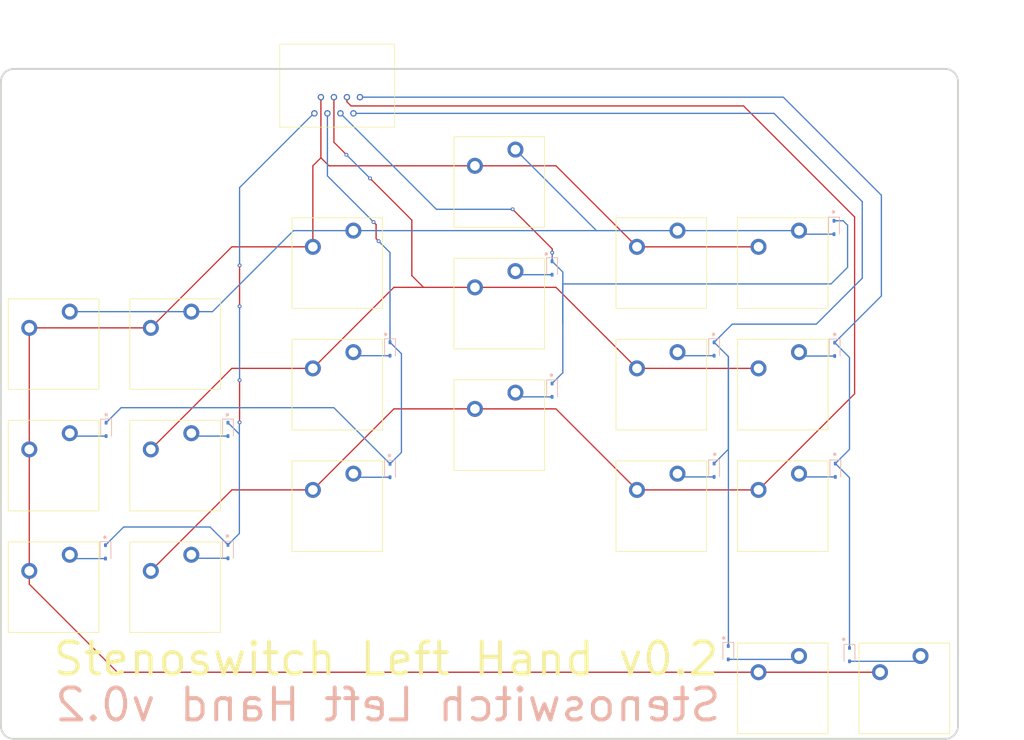
<source format=kicad_pcb>
(kicad_pcb (version 20241229) (generator "pcbnew") (generator_version "9.0")
  (title_block (title "Stenoswitch Left Hand") (date "2025-08-29") (rev "0.2") (company "https://github.com/Bennett-Petzold/stenoswitch") (comment 1 "NO WARRANTY. See license.") (comment 2 "https://creativecommons.org/licenses/by-sa/4.0/") (comment 3 "© 2025. This work is openly licensed via CC BY-SA 4.0."))
  (layers (0 "F.Cu" signal) (2 "B.Cu" signal) (13 "F.Paste" user) (15 "B.Paste" user) (5 "F.SilkS" user "F.Silkscreen") (7 "B.SilkS" user "B.Silkscreen") (1 "F.Mask" user) (3 "B.Mask" user) (25 "Edge.Cuts" user))
  (net 0 "")
  (net 1 "/Rows2")
  (net 2 "Net-(D_{A}0-A)")
  (net 3 "/Rows0")
  (net 4 "Net-(D_{As}0-A)")
  (net 5 "Net-(D_{AS}1-A)")
  (net 6 "/Rows1")
  (net 7 "/Columns1")
  (net 8 "Net-(D_{H}0-A)")
  (net 9 "/Columns0")
  (net 10 "Net-(D_{K}0-A)")
  (net 11 "Net-(D_{NUM}0-A)")
  (net 12 "Net-(D_{O}0-A)")
  (net 13 "Net-(D_{PL}0-A)")
  (net 14 "Net-(D_{RL}0-A)")
  (net 15 "Net-(D_{Spare}0-A)")
  (net 16 "/Columns2")
  (net 17 "Net-(D_{Spare}1-A)")
  (net 18 "Net-(D_{S}0-A)")
  (net 19 "/Columns3")
  (net 20 "Net-(D_{S}1-A)")
  (net 21 "Net-(D_{TL}0-A)")
  (net 22 "/Columns4")
  (net 23 "Net-(D_{W}0-A)")
  (footprint "PCM_Switch_Keyboard_Cherry_MX:SW_Cherry_MX_PCB" (layer "F.Cu") (at 169.5 114.725)
    (property "Reference" "R_{L}0" (hide yes))
    (property "Value" "SW_Push" (hide yes))
    (fp_line (start -7.1 -7.1) (end -7.1 7.1) (stroke (width 0.12)) (layer "F.SilkS"))
    (fp_line (start -7.1 7.1) (end 7.1 7.1) (stroke (width 0.12)) (layer "F.SilkS"))
    (fp_line (start 7.1 -7.1) (end -7.1 -7.1) (stroke (width 0.12)) (layer "F.SilkS"))
    (fp_line (start 7.1 7.1) (end 7.1 -7.1) (stroke (width 0.12)) (layer "F.SilkS"))
    (pad "" np_thru_hole circle (at -5.08 0) (size 1.75 1.75) (drill 1.75) (layers "*.Cu" "*.Mask"))
    (pad "" np_thru_hole circle (at 0 0) (size 4 4) (drill 4) (layers "*.Cu" "*.Mask"))
    (pad "" np_thru_hole circle (at 5.08 0) (size 1.75 1.75) (drill 1.75) (layers "*.Cu" "*.Mask"))
    (pad "1" thru_hole circle (at -3.81 -2.54) (size 2.5 2.5) (drill 1.5) (layers "*.Cu" "*.Mask") (net 6 "/Rows1"))
    (pad "2" thru_hole circle (at 2.54 -5.08) (size 2.5 2.5) (drill 1.5) (layers "*.Cu" "*.Mask") (net 14 "Net-(D_{RL}0-A)"))
  )
  (footprint "PCM_Switch_Keyboard_Cherry_MX:SW_Cherry_MX_PCB" (layer "F.Cu") (at 144.1 82.975)
    (property "Reference" "P_{L}0" (hide yes))
    (property "Value" "SW_Push" (hide yes))
    (fp_line (start -7.1 -7.1) (end -7.1 7.1) (stroke (width 0.12)) (layer "F.SilkS"))
    (fp_line (start -7.1 7.1) (end 7.1 7.1) (stroke (width 0.12)) (layer "F.SilkS"))
    (fp_line (start 7.1 -7.1) (end -7.1 -7.1) (stroke (width 0.12)) (layer "F.SilkS"))
    (fp_line (start 7.1 7.1) (end 7.1 -7.1) (stroke (width 0.12)) (layer "F.SilkS"))
    (pad "" np_thru_hole circle (at -5.08 0) (size 1.75 1.75) (drill 1.75) (layers "*.Cu" "*.Mask"))
    (pad "" np_thru_hole circle (at 0 0) (size 4 4) (drill 4) (layers "*.Cu" "*.Mask"))
    (pad "" np_thru_hole circle (at 5.08 0) (size 1.75 1.75) (drill 1.75) (layers "*.Cu" "*.Mask"))
    (pad "1" thru_hole circle (at -3.81 -2.54) (size 2.5 2.5) (drill 1.5) (layers "*.Cu" "*.Mask") (net 3 "/Rows0"))
    (pad "2" thru_hole circle (at 2.54 -5.08) (size 2.5 2.5) (drill 1.5) (layers "*.Cu" "*.Mask") (net 13 "Net-(D_{PL}0-A)"))
  )
  (footprint "PCM_Switch_Keyboard_Cherry_MX:SW_Cherry_MX_PCB" (layer "F.Cu") (at 74.25 89.325)
    (property "Reference" "Number_Bar0" (hide yes))
    (property "Value" "SW_Push" (hide yes))
    (fp_line (start -7.1 -7.1) (end -7.1 7.1) (stroke (width 0.12)) (layer "F.SilkS"))
    (fp_line (start -7.1 7.1) (end 7.1 7.1) (stroke (width 0.12)) (layer "F.SilkS"))
    (fp_line (start 7.1 -7.1) (end -7.1 -7.1) (stroke (width 0.12)) (layer "F.SilkS"))
    (fp_line (start 7.1 7.1) (end 7.1 -7.1) (stroke (width 0.12)) (layer "F.SilkS"))
    (pad "" np_thru_hole circle (at -5.08 0) (size 1.75 1.75) (drill 1.75) (layers "*.Cu" "*.Mask"))
    (pad "" np_thru_hole circle (at 0 0) (size 4 4) (drill 4) (layers "*.Cu" "*.Mask"))
    (pad "" np_thru_hole circle (at 5.08 0) (size 1.75 1.75) (drill 1.75) (layers "*.Cu" "*.Mask"))
    (pad "1" thru_hole circle (at -3.81 -2.54) (size 2.5 2.5) (drill 1.5) (layers "*.Cu" "*.Mask") (net 1 "/Rows2"))
    (pad "2" thru_hole circle (at 2.54 -5.08) (size 2.5 2.5) (drill 1.5) (layers "*.Cu" "*.Mask") (net 11 "Net-(D_{NUM}0-A)"))
  )
  (footprint "PCM_Switch_Keyboard_Cherry_MX:SW_Cherry_MX_PCB" (layer "F.Cu") (at 207.6 143.3)
    (property "Reference" "O0" (hide yes))
    (property "Value" "SW_Push" (hide yes))
    (fp_line (start -7.1 -7.1) (end -7.1 7.1) (stroke (width 0.12)) (layer "F.SilkS"))
    (fp_line (start -7.1 7.1) (end 7.1 7.1) (stroke (width 0.12)) (layer "F.SilkS"))
    (fp_line (start 7.1 -7.1) (end -7.1 -7.1) (stroke (width 0.12)) (layer "F.SilkS"))
    (fp_line (start 7.1 7.1) (end 7.1 -7.1) (stroke (width 0.12)) (layer "F.SilkS"))
    (pad "" np_thru_hole circle (at -5.08 0) (size 1.75 1.75) (drill 1.75) (layers "*.Cu" "*.Mask"))
    (pad "" np_thru_hole circle (at 0 0) (size 4 4) (drill 4) (layers "*.Cu" "*.Mask"))
    (pad "" np_thru_hole circle (at 5.08 0) (size 1.75 1.75) (drill 1.75) (layers "*.Cu" "*.Mask"))
    (pad "1" thru_hole circle (at -3.81 -2.54) (size 2.5 2.5) (drill 1.5) (layers "*.Cu" "*.Mask") (net 1 "/Rows2"))
    (pad "2" thru_hole circle (at 2.54 -5.08) (size 2.5 2.5) (drill 1.5) (layers "*.Cu" "*.Mask") (net 12 "Net-(D_{O}0-A)"))
  )
  (footprint "PCM_Switch_Keyboard_Cherry_MX:SW_Cherry_MX_PCB" (layer "F.Cu") (at 169.5 95.675)
    (property "Reference" "H0" (hide yes))
    (property "Value" "SW_Push" (hide yes))
    (fp_line (start -7.1 -7.1) (end -7.1 7.1) (stroke (width 0.12)) (layer "F.SilkS"))
    (fp_line (start -7.1 7.1) (end 7.1 7.1) (stroke (width 0.12)) (layer "F.SilkS"))
    (fp_line (start 7.1 -7.1) (end -7.1 -7.1) (stroke (width 0.12)) (layer "F.SilkS"))
    (fp_line (start 7.1 7.1) (end 7.1 -7.1) (stroke (width 0.12)) (layer "F.SilkS"))
    (pad "" np_thru_hole circle (at -5.08 0) (size 1.75 1.75) (drill 1.75) (layers "*.Cu" "*.Mask"))
    (pad "" np_thru_hole circle (at 0 0) (size 4 4) (drill 4) (layers "*.Cu" "*.Mask"))
    (pad "" np_thru_hole circle (at 5.08 0) (size 1.75 1.75) (drill 1.75) (layers "*.Cu" "*.Mask"))
    (pad "1" thru_hole circle (at -3.81 -2.54) (size 2.5 2.5) (drill 1.5) (layers "*.Cu" "*.Mask") (net 3 "/Rows0"))
    (pad "2" thru_hole circle (at 2.54 -5.08) (size 2.5 2.5) (drill 1.5) (layers "*.Cu" "*.Mask") (net 8 "Net-(D_{H}0-A)"))
  )
  (footprint "PCM_Switch_Keyboard_Cherry_MX:SW_Cherry_MX_PCB" (layer "F.Cu") (at 144.1 63.925)
    (property "Reference" "Number_Bar3" (hide yes))
    (property "Value" "SW_Push" (hide yes))
    (fp_line (start -7.1 -7.1) (end -7.1 7.1) (stroke (width 0.12)) (layer "F.SilkS"))
    (fp_line (start -7.1 7.1) (end 7.1 7.1) (stroke (width 0.12)) (layer "F.SilkS"))
    (fp_line (start 7.1 -7.1) (end -7.1 -7.1) (stroke (width 0.12)) (layer "F.SilkS"))
    (fp_line (start 7.1 7.1) (end 7.1 -7.1) (stroke (width 0.12)) (layer "F.SilkS"))
    (pad "" np_thru_hole circle (at -5.08 0) (size 1.75 1.75) (drill 1.75) (layers "*.Cu" "*.Mask"))
    (pad "" np_thru_hole circle (at 0 0) (size 4 4) (drill 4) (layers "*.Cu" "*.Mask"))
    (pad "" np_thru_hole circle (at 5.08 0) (size 1.75 1.75) (drill 1.75) (layers "*.Cu" "*.Mask"))
    (pad "1" thru_hole circle (at -3.81 -2.54) (size 2.5 2.5) (drill 1.5) (layers "*.Cu" "*.Mask") (net 1 "/Rows2"))
    (pad "2" thru_hole circle (at 2.54 -5.08) (size 2.5 2.5) (drill 1.5) (layers "*.Cu" "*.Mask") (net 11 "Net-(D_{NUM}0-A)"))
  )
  (footprint "PCM_Switch_Keyboard_Cherry_MX:SW_Cherry_MX_PCB" (layer "F.Cu") (at 93.3 108.375)
    (property "Reference" "S0" (hide yes))
    (property "Value" "SW_Push" (hide yes))
    (fp_line (start -7.1 -7.1) (end -7.1 7.1) (stroke (width 0.12)) (layer "F.SilkS"))
    (fp_line (start -7.1 7.1) (end 7.1 7.1) (stroke (width 0.12)) (layer "F.SilkS"))
    (fp_line (start 7.1 -7.1) (end -7.1 -7.1) (stroke (width 0.12)) (layer "F.SilkS"))
    (fp_line (start 7.1 7.1) (end 7.1 -7.1) (stroke (width 0.12)) (layer "F.SilkS"))
    (pad "" np_thru_hole circle (at -5.08 0) (size 1.75 1.75) (drill 1.75) (layers "*.Cu" "*.Mask"))
    (pad "" np_thru_hole circle (at 0 0) (size 4 4) (drill 4) (layers "*.Cu" "*.Mask"))
    (pad "" np_thru_hole circle (at 5.08 0) (size 1.75 1.75) (drill 1.75) (layers "*.Cu" "*.Mask"))
    (pad "1" thru_hole circle (at -3.81 -2.54) (size 2.5 2.5) (drill 1.5) (layers "*.Cu" "*.Mask") (net 3 "/Rows0"))
    (pad "2" thru_hole circle (at 2.54 -5.08) (size 2.5 2.5) (drill 1.5) (layers "*.Cu" "*.Mask") (net 18 "Net-(D_{S}0-A)"))
  )
  (footprint "PCM_Switch_Keyboard_Cherry_MX:SW_Cherry_MX_PCB" (layer "F.Cu") (at 188.55 143.3)
    (property "Reference" "A0" (hide yes))
    (property "Value" "SW_Push" (hide yes))
    (fp_line (start -7.1 -7.1) (end -7.1 7.1) (stroke (width 0.12)) (layer "F.SilkS"))
    (fp_line (start -7.1 7.1) (end 7.1 7.1) (stroke (width 0.12)) (layer "F.SilkS"))
    (fp_line (start 7.1 -7.1) (end -7.1 -7.1) (stroke (width 0.12)) (layer "F.SilkS"))
    (fp_line (start 7.1 7.1) (end 7.1 -7.1) (stroke (width 0.12)) (layer "F.SilkS"))
    (pad "" np_thru_hole circle (at -5.08 0) (size 1.75 1.75) (drill 1.75) (layers "*.Cu" "*.Mask"))
    (pad "" np_thru_hole circle (at 0 0) (size 4 4) (drill 4) (layers "*.Cu" "*.Mask"))
    (pad "" np_thru_hole circle (at 5.08 0) (size 1.75 1.75) (drill 1.75) (layers "*.Cu" "*.Mask"))
    (pad "1" thru_hole circle (at -3.81 -2.54) (size 2.5 2.5) (drill 1.5) (layers "*.Cu" "*.Mask") (net 1 "/Rows2"))
    (pad "2" thru_hole circle (at 2.54 -5.08) (size 2.5 2.5) (drill 1.5) (layers "*.Cu" "*.Mask") (net 2 "Net-(D_{A}0-A)"))
  )
  (footprint "PCM_Switch_Keyboard_Cherry_MX:SW_Cherry_MX_PCB" (layer "F.Cu") (at 118.7 95.675)
    (property "Reference" "T_{L}0" (hide yes))
    (property "Value" "SW_Push" (hide yes))
    (fp_line (start -7.1 -7.1) (end -7.1 7.1) (stroke (width 0.12)) (layer "F.SilkS"))
    (fp_line (start -7.1 7.1) (end 7.1 7.1) (stroke (width 0.12)) (layer "F.SilkS"))
    (fp_line (start 7.1 -7.1) (end -7.1 -7.1) (stroke (width 0.12)) (layer "F.SilkS"))
    (fp_line (start 7.1 7.1) (end 7.1 -7.1) (stroke (width 0.12)) (layer "F.SilkS"))
    (pad "" np_thru_hole circle (at -5.08 0) (size 1.75 1.75) (drill 1.75) (layers "*.Cu" "*.Mask"))
    (pad "" np_thru_hole circle (at 0 0) (size 4 4) (drill 4) (layers "*.Cu" "*.Mask"))
    (pad "" np_thru_hole circle (at 5.08 0) (size 1.75 1.75) (drill 1.75) (layers "*.Cu" "*.Mask"))
    (pad "1" thru_hole circle (at -3.81 -2.54) (size 2.5 2.5) (drill 1.5) (layers "*.Cu" "*.Mask") (net 3 "/Rows0"))
    (pad "2" thru_hole circle (at 2.54 -5.08) (size 2.5 2.5) (drill 1.5) (layers "*.Cu" "*.Mask") (net 21 "Net-(D_{TL}0-A)"))
  )
  (footprint "custom:8P8C_942" (layer "F.Cu") (at 118.7 48.825 180)
    (property "Reference" "Left_Plug0" (hide yes))
    (property "Value" "RJ45" (hide yes))
    (fp_rect (start -9.01 6.5) (end 9.01 -6.5) (stroke (width 0.1)) (fill no) (layer "F.SilkS"))
    (pad "" np_thru_hole circle (at -7.25 0.5 180) (size 2.36 2.36) (drill 2.36) (layers "*.Cu" "*.Mask"))
    (pad "" np_thru_hole circle (at 7.25 0.5 180) (size 2.36 2.36) (drill 2.36) (layers "*.Cu" "*.Mask"))
    (pad "1" thru_hole circle (at -2.55 -4.34 180) (size 1 1) (drill 0.61) (layers "*.Cu" "*.Mask") (net 19 "/Columns3"))
    (pad "2" thru_hole circle (at -0.51 -4.34 180) (size 1 1) (drill 0.61) (layers "*.Cu" "*.Mask") (net 16 "/Columns2"))
    (pad "3" thru_hole circle (at 1.53 -4.34 180) (size 1 1) (drill 0.61) (layers "*.Cu" "*.Mask") (net 7 "/Columns1"))
    (pad "4" thru_hole circle (at 3.57 -4.34 180) (size 1 1) (drill 0.61) (layers "*.Cu" "*.Mask") (net 9 "/Columns0"))
    (pad "5" thru_hole circle (at -3.57 -1.8 180) (size 1 1) (drill 0.61) (layers "*.Cu" "*.Mask") (net 22 "/Columns4"))
    (pad "6" thru_hole circle (at -1.53 -1.8 180) (size 1 1) (drill 0.61) (layers "*.Cu" "*.Mask") (net 6 "/Rows1"))
    (pad "7" thru_hole circle (at 0.51 -1.8 180) (size 1 1) (drill 0.61) (layers "*.Cu" "*.Mask") (net 3 "/Rows0"))
    (pad "8" thru_hole circle (at 2.55 -1.8 180) (size 1 1) (drill 0.61) (layers "*.Cu" "*.Mask") (net 1 "/Rows2"))
  )
  (footprint "PCM_Switch_Keyboard_Cherry_MX:SW_Cherry_MX_PCB" (layer "F.Cu") (at 169.5 76.625)
    (property "Reference" "Number_Bar4" (hide yes))
    (property "Value" "SW_Push" (hide yes))
    (fp_line (start -7.1 -7.1) (end -7.1 7.1) (stroke (width 0.12)) (layer "F.SilkS"))
    (fp_line (start -7.1 7.1) (end 7.1 7.1) (stroke (width 0.12)) (layer "F.SilkS"))
    (fp_line (start 7.1 -7.1) (end -7.1 -7.1) (stroke (width 0.12)) (layer "F.SilkS"))
    (fp_line (start 7.1 7.1) (end 7.1 -7.1) (stroke (width 0.12)) (layer "F.SilkS"))
    (pad "" np_thru_hole circle (at -5.08 0) (size 1.75 1.75) (drill 1.75) (layers "*.Cu" "*.Mask"))
    (pad "" np_thru_hole circle (at 0 0) (size 4 4) (drill 4) (layers "*.Cu" "*.Mask"))
    (pad "" np_thru_hole circle (at 5.08 0) (size 1.75 1.75) (drill 1.75) (layers "*.Cu" "*.Mask"))
    (pad "1" thru_hole circle (at -3.81 -2.54) (size 2.5 2.5) (drill 1.5) (layers "*.Cu" "*.Mask") (net 1 "/Rows2"))
    (pad "2" thru_hole circle (at 2.54 -5.08) (size 2.5 2.5) (drill 1.5) (layers "*.Cu" "*.Mask") (net 11 "Net-(D_{NUM}0-A)"))
  )
  (footprint "" (layer "F.Cu") (at 68.9 148.3)
    (property "Reference" "" (at 0 0 0) (layer "F.SilkS") (effects (font (size 1.27 1.27))))
    (property "Value" "")
    (pad "" np_thru_hole circle (at 0 0 180) (size 2.75 2.75) (drill 2.75) (layers "*.Cu" "*.Mask"))
  )
  (footprint "" (layer "F.Cu") (at 208.1 128.3)
    (property "Reference" "" (at 0 0 0) (layer "F.SilkS") (effects (font (size 1.27 1.27))))
    (property "Value" "")
    (pad "" np_thru_hole circle (at 0 0 180) (size 2.75 2.75) (drill 2.75) (layers "*.Cu" "*.Mask"))
  )
  (footprint "PCM_Switch_Keyboard_Cherry_MX:SW_Cherry_MX_PCB" (layer "F.Cu") (at 118.7 114.725)
    (property "Reference" "K0" (hide yes))
    (property "Value" "SW_Push" (hide yes))
    (fp_line (start -7.1 -7.1) (end -7.1 7.1) (stroke (width 0.12)) (layer "F.SilkS"))
    (fp_line (start -7.1 7.1) (end 7.1 7.1) (stroke (width 0.12)) (layer "F.SilkS"))
    (fp_line (start 7.1 -7.1) (end -7.1 -7.1) (stroke (width 0.12)) (layer "F.SilkS"))
    (fp_line (start 7.1 7.1) (end 7.1 -7.1) (stroke (width 0.12)) (layer "F.SilkS"))
    (pad "" np_thru_hole circle (at -5.08 0) (size 1.75 1.75) (drill 1.75) (layers "*.Cu" "*.Mask"))
    (pad "" np_thru_hole circle (at 0 0) (size 4 4) (drill 4) (layers "*.Cu" "*.Mask"))
    (pad "" np_thru_hole circle (at 5.08 0) (size 1.75 1.75) (drill 1.75) (layers "*.Cu" "*.Mask"))
    (pad "1" thru_hole circle (at -3.81 -2.54) (size 2.5 2.5) (drill 1.5) (layers "*.Cu" "*.Mask") (net 6 "/Rows1"))
    (pad "2" thru_hole circle (at 2.54 -5.08) (size 2.5 2.5) (drill 1.5) (layers "*.Cu" "*.Mask") (net 10 "Net-(D_{K}0-A)"))
  )
  (footprint "PCM_Switch_Keyboard_Cherry_MX:SW_Cherry_MX_PCB" (layer "F.Cu") (at 188.55 114.725)
    (property "Reference" "Asterisk1" (hide yes))
    (property "Value" "SW_Push" (hide yes))
    (fp_line (start -7.1 -7.1) (end -7.1 7.1) (stroke (width 0.12)) (layer "F.SilkS"))
    (fp_line (start -7.1 7.1) (end 7.1 7.1) (stroke (width 0.12)) (layer "F.SilkS"))
    (fp_line (start 7.1 -7.1) (end -7.1 -7.1) (stroke (width 0.12)) (layer "F.SilkS"))
    (fp_line (start 7.1 7.1) (end 7.1 -7.1) (stroke (width 0.12)) (layer "F.SilkS"))
    (pad "" np_thru_hole circle (at -5.08 0) (size 1.75 1.75) (drill 1.75) (layers "*.Cu" "*.Mask"))
    (pad "" np_thru_hole circle (at 0 0) (size 4 4) (drill 4) (layers "*.Cu" "*.Mask"))
    (pad "" np_thru_hole circle (at 5.08 0) (size 1.75 1.75) (drill 1.75) (layers "*.Cu" "*.Mask"))
    (pad "1" thru_hole circle (at -3.81 -2.54) (size 2.5 2.5) (drill 1.5) (layers "*.Cu" "*.Mask") (net 6 "/Rows1"))
    (pad "2" thru_hole circle (at 2.54 -5.08) (size 2.5 2.5) (drill 1.5) (layers "*.Cu" "*.Mask") (net 5 "Net-(D_{AS}1-A)"))
  )
  (footprint "PCM_Switch_Keyboard_Cherry_MX:SW_Cherry_MX_PCB" (layer "F.Cu") (at 93.3 89.325)
    (property "Reference" "Number_Bar1" (hide yes))
    (property "Value" "SW_Push" (hide yes))
    (fp_line (start -7.1 -7.1) (end -7.1 7.1) (stroke (width 0.12)) (layer "F.SilkS"))
    (fp_line (start -7.1 7.1) (end 7.1 7.1) (stroke (width 0.12)) (layer "F.SilkS"))
    (fp_line (start 7.1 -7.1) (end -7.1 -7.1) (stroke (width 0.12)) (layer "F.SilkS"))
    (fp_line (start 7.1 7.1) (end 7.1 -7.1) (stroke (width 0.12)) (layer "F.SilkS"))
    (pad "" np_thru_hole circle (at -5.08 0) (size 1.75 1.75) (drill 1.75) (layers "*.Cu" "*.Mask"))
    (pad "" np_thru_hole circle (at 0 0) (size 4 4) (drill 4) (layers "*.Cu" "*.Mask"))
    (pad "" np_thru_hole circle (at 5.08 0) (size 1.75 1.75) (drill 1.75) (layers "*.Cu" "*.Mask"))
    (pad "1" thru_hole circle (at -3.81 -2.54) (size 2.5 2.5) (drill 1.5) (layers "*.Cu" "*.Mask") (net 1 "/Rows2"))
    (pad "2" thru_hole circle (at 2.54 -5.08) (size 2.5 2.5) (drill 1.5) (layers "*.Cu" "*.Mask") (net 11 "Net-(D_{NUM}0-A)"))
  )
  (footprint "PCM_Switch_Keyboard_Cherry_MX:SW_Cherry_MX_PCB" (layer "F.Cu") (at 74.25 108.375)
    (property "Reference" "Spare0" (hide yes))
    (property "Value" "SW_Push" (hide yes))
    (fp_line (start -7.1 -7.1) (end -7.1 7.1) (stroke (width 0.12)) (layer "F.SilkS"))
    (fp_line (start -7.1 7.1) (end 7.1 7.1) (stroke (width 0.12)) (layer "F.SilkS"))
    (fp_line (start 7.1 -7.1) (end -7.1 -7.1) (stroke (width 0.12)) (layer "F.SilkS"))
    (fp_line (start 7.1 7.1) (end 7.1 -7.1) (stroke (width 0.12)) (layer "F.SilkS"))
    (pad "" np_thru_hole circle (at -5.08 0) (size 1.75 1.75) (drill 1.75) (layers "*.Cu" "*.Mask"))
    (pad "" np_thru_hole circle (at 0 0) (size 4 4) (drill 4) (layers "*.Cu" "*.Mask"))
    (pad "" np_thru_hole circle (at 5.08 0) (size 1.75 1.75) (drill 1.75) (layers "*.Cu" "*.Mask"))
    (pad "1" thru_hole circle (at -3.81 -2.54) (size 2.5 2.5) (drill 1.5) (layers "*.Cu" "*.Mask") (net 1 "/Rows2"))
    (pad "2" thru_hole circle (at 2.54 -5.08) (size 2.5 2.5) (drill 1.5) (layers "*.Cu" "*.Mask") (net 15 "Net-(D_{Spare}0-A)"))
  )
  (footprint "PCM_Switch_Keyboard_Cherry_MX:SW_Cherry_MX_PCB" (layer "F.Cu") (at 144.1 102.025)
    (property "Reference" "W0" (hide yes))
    (property "Value" "SW_Push" (hide yes))
    (fp_line (start -7.1 -7.1) (end -7.1 7.1) (stroke (width 0.12)) (layer "F.SilkS"))
    (fp_line (start -7.1 7.1) (end 7.1 7.1) (stroke (width 0.12)) (layer "F.SilkS"))
    (fp_line (start 7.1 -7.1) (end -7.1 -7.1) (stroke (width 0.12)) (layer "F.SilkS"))
    (fp_line (start 7.1 7.1) (end 7.1 -7.1) (stroke (width 0.12)) (layer "F.SilkS"))
    (pad "" np_thru_hole circle (at -5.08 0) (size 1.75 1.75) (drill 1.75) (layers "*.Cu" "*.Mask"))
    (pad "" np_thru_hole circle (at 0 0) (size 4 4) (drill 4) (layers "*.Cu" "*.Mask"))
    (pad "" np_thru_hole circle (at 5.08 0) (size 1.75 1.75) (drill 1.75) (layers "*.Cu" "*.Mask"))
    (pad "1" thru_hole circle (at -3.81 -2.54) (size 2.5 2.5) (drill 1.5) (layers "*.Cu" "*.Mask") (net 6 "/Rows1"))
    (pad "2" thru_hole circle (at 2.54 -5.08) (size 2.5 2.5) (drill 1.5) (layers "*.Cu" "*.Mask") (net 23 "Net-(D_{W}0-A)"))
  )
  (footprint "" (layer "F.Cu") (at 68.9 49.1)
    (property "Reference" "" (at 0 0 0) (layer "F.SilkS") (effects (font (size 1.27 1.27))))
    (property "Value" "")
    (pad "" np_thru_hole circle (at 0 0 180) (size 2.75 2.75) (drill 2.75) (layers "*.Cu" "*.Mask"))
  )
  (footprint "PCM_Switch_Keyboard_Cherry_MX:SW_Cherry_MX_PCB" (layer "F.Cu") (at 93.3 127.425)
    (property "Reference" "S1" (hide yes))
    (property "Value" "SW_Push" (hide yes))
    (fp_line (start -7.1 -7.1) (end -7.1 7.1) (stroke (width 0.12)) (layer "F.SilkS"))
    (fp_line (start -7.1 7.1) (end 7.1 7.1) (stroke (width 0.12)) (layer "F.SilkS"))
    (fp_line (start 7.1 -7.1) (end -7.1 -7.1) (stroke (width 0.12)) (layer "F.SilkS"))
    (fp_line (start 7.1 7.1) (end 7.1 -7.1) (stroke (width 0.12)) (layer "F.SilkS"))
    (pad "" np_thru_hole circle (at -5.08 0) (size 1.75 1.75) (drill 1.75) (layers "*.Cu" "*.Mask"))
    (pad "" np_thru_hole circle (at 0 0) (size 4 4) (drill 4) (layers "*.Cu" "*.Mask"))
    (pad "" np_thru_hole circle (at 5.08 0) (size 1.75 1.75) (drill 1.75) (layers "*.Cu" "*.Mask"))
    (pad "1" thru_hole circle (at -3.81 -2.54) (size 2.5 2.5) (drill 1.5) (layers "*.Cu" "*.Mask") (net 6 "/Rows1"))
    (pad "2" thru_hole circle (at 2.54 -5.08) (size 2.5 2.5) (drill 1.5) (layers "*.Cu" "*.Mask") (net 20 "Net-(D_{S}1-A)"))
  )
  (footprint "PCM_Switch_Keyboard_Cherry_MX:SW_Cherry_MX_PCB" (layer "F.Cu") (at 188.55 95.675)
    (property "Reference" "Asterisk0" (hide yes))
    (property "Value" "SW_Push" (hide yes))
    (fp_line (start -7.1 -7.1) (end -7.1 7.1) (stroke (width 0.12)) (layer "F.SilkS"))
    (fp_line (start -7.1 7.1) (end 7.1 7.1) (stroke (width 0.12)) (layer "F.SilkS"))
    (fp_line (start 7.1 -7.1) (end -7.1 -7.1) (stroke (width 0.12)) (layer "F.SilkS"))
    (fp_line (start 7.1 7.1) (end 7.1 -7.1) (stroke (width 0.12)) (layer "F.SilkS"))
    (pad "" np_thru_hole circle (at -5.08 0) (size 1.75 1.75) (drill 1.75) (layers "*.Cu" "*.Mask"))
    (pad "" np_thru_hole circle (at 0 0) (size 4 4) (drill 4) (layers "*.Cu" "*.Mask"))
    (pad "" np_thru_hole circle (at 5.08 0) (size 1.75 1.75) (drill 1.75) (layers "*.Cu" "*.Mask"))
    (pad "1" thru_hole circle (at -3.81 -2.54) (size 2.5 2.5) (drill 1.5) (layers "*.Cu" "*.Mask") (net 3 "/Rows0"))
    (pad "2" thru_hole circle (at 2.54 -5.08) (size 2.5 2.5) (drill 1.5) (layers "*.Cu" "*.Mask") (net 4 "Net-(D_{As}0-A)"))
  )
  (footprint "PCM_Switch_Keyboard_Cherry_MX:SW_Cherry_MX_PCB" (layer "F.Cu") (at 74.25 127.425)
    (property "Reference" "Spare1" (hide yes))
    (property "Value" "SW_Push" (hide yes))
    (fp_line (start -7.1 -7.1) (end -7.1 7.1) (stroke (width 0.12)) (layer "F.SilkS"))
    (fp_line (start -7.1 7.1) (end 7.1 7.1) (stroke (width 0.12)) (layer "F.SilkS"))
    (fp_line (start 7.1 -7.1) (end -7.1 -7.1) (stroke (width 0.12)) (layer "F.SilkS"))
    (fp_line (start 7.1 7.1) (end 7.1 -7.1) (stroke (width 0.12)) (layer "F.SilkS"))
    (pad "" np_thru_hole circle (at -5.08 0) (size 1.75 1.75) (drill 1.75) (layers "*.Cu" "*.Mask"))
    (pad "" np_thru_hole circle (at 0 0) (size 4 4) (drill 4) (layers "*.Cu" "*.Mask"))
    (pad "" np_thru_hole circle (at 5.08 0) (size 1.75 1.75) (drill 1.75) (layers "*.Cu" "*.Mask"))
    (pad "1" thru_hole circle (at -3.81 -2.54) (size 2.5 2.5) (drill 1.5) (layers "*.Cu" "*.Mask") (net 1 "/Rows2"))
    (pad "2" thru_hole circle (at 2.54 -5.08) (size 2.5 2.5) (drill 1.5) (layers "*.Cu" "*.Mask") (net 17 "Net-(D_{Spare}1-A)"))
  )
  (footprint "" (layer "F.Cu") (at 213.1 49.1)
    (property "Reference" "" (at 0 0 0) (layer "F.SilkS") (effects (font (size 1.27 1.27))))
    (property "Value" "")
    (pad "" np_thru_hole circle (at 0 0 180) (size 2.75 2.75) (drill 2.75) (layers "*.Cu" "*.Mask"))
  )
  (footprint "PCM_Switch_Keyboard_Cherry_MX:SW_Cherry_MX_PCB" (layer "F.Cu") (at 118.7 76.625)
    (property "Reference" "Number_Bar2" (hide yes))
    (property "Value" "SW_Push" (hide yes))
    (fp_line (start -7.1 -7.1) (end -7.1 7.1) (stroke (width 0.12)) (layer "F.SilkS"))
    (fp_line (start -7.1 7.1) (end 7.1 7.1) (stroke (width 0.12)) (layer "F.SilkS"))
    (fp_line (start 7.1 -7.1) (end -7.1 -7.1) (stroke (width 0.12)) (layer "F.SilkS"))
    (fp_line (start 7.1 7.1) (end 7.1 -7.1) (stroke (width 0.12)) (layer "F.SilkS"))
    (pad "" np_thru_hole circle (at -5.08 0) (size 1.75 1.75) (drill 1.75) (layers "*.Cu" "*.Mask"))
    (pad "" np_thru_hole circle (at 0 0) (size 4 4) (drill 4) (layers "*.Cu" "*.Mask"))
    (pad "" np_thru_hole circle (at 5.08 0) (size 1.75 1.75) (drill 1.75) (layers "*.Cu" "*.Mask"))
    (pad "1" thru_hole circle (at -3.81 -2.54) (size 2.5 2.5) (drill 1.5) (layers "*.Cu" "*.Mask") (net 1 "/Rows2"))
    (pad "2" thru_hole circle (at 2.54 -5.08) (size 2.5 2.5) (drill 1.5) (layers "*.Cu" "*.Mask") (net 11 "Net-(D_{NUM}0-A)"))
  )
  (footprint "PCM_Switch_Keyboard_Cherry_MX:SW_Cherry_MX_PCB" (layer "F.Cu") (at 188.55 76.625)
    (property "Reference" "Number_Bar5" (hide yes))
    (property "Value" "SW_Push" (hide yes))
    (fp_line (start -7.1 -7.1) (end -7.1 7.1) (stroke (width 0.12)) (layer "F.SilkS"))
    (fp_line (start -7.1 7.1) (end 7.1 7.1) (stroke (width 0.12)) (layer "F.SilkS"))
    (fp_line (start 7.1 -7.1) (end -7.1 -7.1) (stroke (width 0.12)) (layer "F.SilkS"))
    (fp_line (start 7.1 7.1) (end 7.1 -7.1) (stroke (width 0.12)) (layer "F.SilkS"))
    (pad "" np_thru_hole circle (at -5.08 0) (size 1.75 1.75) (drill 1.75) (layers "*.Cu" "*.Mask"))
    (pad "" np_thru_hole circle (at 0 0) (size 4 4) (drill 4) (layers "*.Cu" "*.Mask"))
    (pad "" np_thru_hole circle (at 5.08 0) (size 1.75 1.75) (drill 1.75) (layers "*.Cu" "*.Mask"))
    (pad "1" thru_hole circle (at -3.81 -2.54) (size 2.5 2.5) (drill 1.5) (layers "*.Cu" "*.Mask") (net 1 "/Rows2"))
    (pad "2" thru_hole circle (at 2.54 -5.08) (size 2.5 2.5) (drill 1.5) (layers "*.Cu" "*.Mask") (net 11 "Net-(D_{NUM}0-A)"))
  )
  (footprint "Diode_SMD:D_SOD-323" (layer "B.Cu") (at 152.38 77.4 -90)
    (property "Reference" "D_{PL}0" (hide yes))
    (property "Value" "1N4148WX-TP" (hide yes))
    (fp_line (start -1.61 0.85) (end 1.05 0.85) (stroke (width 0.12)) (layer "B.SilkS"))
    (fp_line (start -1.61 0.85) (end -1.61 -0.85) (stroke (width 0.12)) (layer "B.SilkS"))
    (fp_line (start -1.61 -0.85) (end 1.05 -0.85) (stroke (width 0.12)) (layer "B.SilkS"))
    (pad "1" smd roundrect (at -1.05 0 270) (size 0.6 0.45) (layers "B.Cu" "B.Mask" "B.Paste") (net 16 "/Columns2"))
    (pad "2" smd roundrect (at 1.05 0 270) (size 0.6 0.45) (layers "B.Cu" "B.Mask" "B.Paste") (net 13 "Net-(D_{PL}0-A)"))
  )
  (footprint "Diode_SMD:D_SOD-323" (layer "B.Cu") (at 199 138 -90)
    (property "Reference" "D_{O}0" (hide yes))
    (property "Value" "1N4148WX-TP" (hide yes))
    (fp_line (start -1.61 0.85) (end 1.05 0.85) (stroke (width 0.12)) (layer "B.SilkS"))
    (fp_line (start -1.61 0.85) (end -1.61 -0.85) (stroke (width 0.12)) (layer "B.SilkS"))
    (fp_line (start -1.61 -0.85) (end 1.05 -0.85) (stroke (width 0.12)) (layer "B.SilkS"))
    (pad "1" smd roundrect (at -1.05 0 270) (size 0.6 0.45) (layers "B.Cu" "B.Mask" "B.Paste") (net 22 "/Columns4"))
    (pad "2" smd roundrect (at 1.05 0 270) (size 0.6 0.45) (layers "B.Cu" "B.Mask" "B.Paste") (net 12 "Net-(D_{O}0-A)"))
  )
  (footprint "Diode_SMD:D_SOD-323" (layer "B.Cu") (at 196.78 109.1 -90)
    (property "Reference" "D_{AS}1" (hide yes))
    (property "Value" "1N4148WX-TP" (hide yes))
    (fp_line (start -1.61 0.85) (end 1.05 0.85) (stroke (width 0.12)) (layer "B.SilkS"))
    (fp_line (start -1.61 0.85) (end -1.61 -0.85) (stroke (width 0.12)) (layer "B.SilkS"))
    (fp_line (start -1.61 -0.85) (end 1.05 -0.85) (stroke (width 0.12)) (layer "B.SilkS"))
    (pad "1" smd roundrect (at -1.05 0 270) (size 0.6 0.45) (layers "B.Cu" "B.Mask" "B.Paste") (net 22 "/Columns4"))
    (pad "2" smd roundrect (at 1.05 0 270) (size 0.6 0.45) (layers "B.Cu" "B.Mask" "B.Paste") (net 5 "Net-(D_{AS}1-A)"))
  )
  (footprint "Diode_SMD:D_SOD-323" (layer "B.Cu") (at 82.38 121.9 -90)
    (property "Reference" "D_{Spare}1" (hide yes))
    (property "Value" "1N4148WX-TP" (hide yes))
    (fp_line (start -1.61 0.85) (end 1.05 0.85) (stroke (width 0.12)) (layer "B.SilkS"))
    (fp_line (start -1.61 0.85) (end -1.61 -0.85) (stroke (width 0.12)) (layer "B.SilkS"))
    (fp_line (start -1.61 -0.85) (end 1.05 -0.85) (stroke (width 0.12)) (layer "B.SilkS"))
    (pad "1" smd roundrect (at -1.05 0 270) (size 0.6 0.45) (layers "B.Cu" "B.Mask" "B.Paste") (net 9 "/Columns0"))
    (pad "2" smd roundrect (at 1.05 0 270) (size 0.6 0.45) (layers "B.Cu" "B.Mask" "B.Paste") (net 17 "Net-(D_{Spare}1-A)"))
  )
  (footprint "Diode_SMD:D_SOD-323" (layer "B.Cu") (at 152.38 96.55 -90)
    (property "Reference" "D_{W}0" (hide yes))
    (property "Value" "1N4148WX-TP" (hide yes))
    (fp_line (start -1.61 0.85) (end 1.05 0.85) (stroke (width 0.12)) (layer "B.SilkS"))
    (fp_line (start -1.61 0.85) (end -1.61 -0.85) (stroke (width 0.12)) (layer "B.SilkS"))
    (fp_line (start -1.61 -0.85) (end 1.05 -0.85) (stroke (width 0.12)) (layer "B.SilkS"))
    (pad "1" smd roundrect (at -1.05 0 270) (size 0.6 0.45) (layers "B.Cu" "B.Mask" "B.Paste") (net 16 "/Columns2"))
    (pad "2" smd roundrect (at 1.05 0 270) (size 0.6 0.45) (layers "B.Cu" "B.Mask" "B.Paste") (net 23 "Net-(D_{W}0-A)"))
  )
  (footprint "Diode_SMD:D_SOD-323" (layer "B.Cu") (at 126.98 90.1 -90)
    (property "Reference" "D_{TL}0" (hide yes))
    (property "Value" "1N4148WX-TP" (hide yes))
    (fp_line (start -1.61 0.85) (end 1.05 0.85) (stroke (width 0.12)) (layer "B.SilkS"))
    (fp_line (start -1.61 0.85) (end -1.61 -0.85) (stroke (width 0.12)) (layer "B.SilkS"))
    (fp_line (start -1.61 -0.85) (end 1.05 -0.85) (stroke (width 0.12)) (layer "B.SilkS"))
    (pad "1" smd roundrect (at -1.05 0 270) (size 0.6 0.45) (layers "B.Cu" "B.Mask" "B.Paste") (net 7 "/Columns1"))
    (pad "2" smd roundrect (at 1.05 0 270) (size 0.6 0.45) (layers "B.Cu" "B.Mask" "B.Paste") (net 21 "Net-(D_{TL}0-A)"))
  )
  (footprint "Diode_SMD:D_SOD-323" (layer "B.Cu") (at 177.78 90.1 -90)
    (property "Reference" "D_{H}0" (hide yes))
    (property "Value" "1N4148WX-TP" (hide yes))
    (fp_line (start -1.61 0.85) (end 1.05 0.85) (stroke (width 0.12)) (layer "B.SilkS"))
    (fp_line (start -1.61 0.85) (end -1.61 -0.85) (stroke (width 0.12)) (layer "B.SilkS"))
    (fp_line (start -1.61 -0.85) (end 1.05 -0.85) (stroke (width 0.12)) (layer "B.SilkS"))
    (pad "1" smd roundrect (at -1.05 0 270) (size 0.6 0.45) (layers "B.Cu" "B.Mask" "B.Paste") (net 19 "/Columns3"))
    (pad "2" smd roundrect (at 1.05 0 270) (size 0.6 0.45) (layers "B.Cu" "B.Mask" "B.Paste") (net 8 "Net-(D_{H}0-A)"))
  )
  (footprint "Diode_SMD:D_SOD-323" (layer "B.Cu") (at 196.57 71.05 -90)
    (property "Reference" "D_{NUM}0" (hide yes))
    (property "Value" "1N4148WX-TP" (hide yes))
    (fp_line (start -1.61 0.85) (end 1.05 0.85) (stroke (width 0.12)) (layer "B.SilkS"))
    (fp_line (start -1.61 0.85) (end -1.61 -0.85) (stroke (width 0.12)) (layer "B.SilkS"))
    (fp_line (start -1.61 -0.85) (end 1.05 -0.85) (stroke (width 0.12)) (layer "B.SilkS"))
    (pad "1" smd roundrect (at -1.05 0 270) (size 0.6 0.45) (layers "B.Cu" "B.Mask" "B.Paste") (net 16 "/Columns2"))
    (pad "2" smd roundrect (at 1.05 0 270) (size 0.6 0.45) (layers "B.Cu" "B.Mask" "B.Paste") (net 11 "Net-(D_{NUM}0-A)"))
  )
  (footprint "Diode_SMD:D_SOD-323" (layer "B.Cu") (at 101.58 121.85 -90)
    (property "Reference" "D_{S}1" (hide yes))
    (property "Value" "1N4148WX-TP" (hide yes))
    (fp_line (start -1.61 0.85) (end 1.05 0.85) (stroke (width 0.12)) (layer "B.SilkS"))
    (fp_line (start -1.61 0.85) (end -1.61 -0.85) (stroke (width 0.12)) (layer "B.SilkS"))
    (fp_line (start -1.61 -0.85) (end 1.05 -0.85) (stroke (width 0.12)) (layer "B.SilkS"))
    (pad "1" smd roundrect (at -1.05 0 270) (size 0.6 0.45) (layers "B.Cu" "B.Mask" "B.Paste") (net 9 "/Columns0"))
    (pad "2" smd roundrect (at 1.05 0 270) (size 0.6 0.45) (layers "B.Cu" "B.Mask" "B.Paste") (net 20 "Net-(D_{S}1-A)"))
  )
  (footprint "Diode_SMD:D_SOD-323" (layer "B.Cu") (at 82.48 102.7 -90)
    (property "Reference" "D_{Spare}0" (hide yes))
    (property "Value" "1N4148WX-TP" (hide yes))
    (fp_line (start -1.61 0.85) (end 1.05 0.85) (stroke (width 0.12)) (layer "B.SilkS"))
    (fp_line (start -1.61 0.85) (end -1.61 -0.85) (stroke (width 0.12)) (layer "B.SilkS"))
    (fp_line (start -1.61 -0.85) (end 1.05 -0.85) (stroke (width 0.12)) (layer "B.SilkS"))
    (pad "1" smd roundrect (at -1.05 0 270) (size 0.6 0.45) (layers "B.Cu" "B.Mask" "B.Paste") (net 7 "/Columns1"))
    (pad "2" smd roundrect (at 1.05 0 270) (size 0.6 0.45) (layers "B.Cu" "B.Mask" "B.Paste") (net 15 "Net-(D_{Spare}0-A)"))
  )
  (footprint "Diode_SMD:D_SOD-323" (layer "B.Cu") (at 126.98 109.15 -90)
    (property "Reference" "D_{K}0" (hide yes))
    (property "Value" "1N4148WX-TP" (hide yes))
    (fp_line (start -1.61 0.85) (end 1.05 0.85) (stroke (width 0.12)) (layer "B.SilkS"))
    (fp_line (start -1.61 0.85) (end -1.61 -0.85) (stroke (width 0.12)) (layer "B.SilkS"))
    (fp_line (start -1.61 -0.85) (end 1.05 -0.85) (stroke (width 0.12)) (layer "B.SilkS"))
    (pad "1" smd roundrect (at -1.05 0 270) (size 0.6 0.45) (layers "B.Cu" "B.Mask" "B.Paste") (net 7 "/Columns1"))
    (pad "2" smd roundrect (at 1.05 0 270) (size 0.6 0.45) (layers "B.Cu" "B.Mask" "B.Paste") (net 10 "Net-(D_{K}0-A)"))
  )
  (footprint "Diode_SMD:D_SOD-323" (layer "B.Cu") (at 196.68 90.15 -90)
    (property "Reference" "D_{As}0" (hide yes))
    (property "Value" "1N4148WX-TP" (hide yes))
    (fp_line (start -1.61 0.85) (end 1.05 0.85) (stroke (width 0.12)) (layer "B.SilkS"))
    (fp_line (start -1.61 0.85) (end -1.61 -0.85) (stroke (width 0.12)) (layer "B.SilkS"))
    (fp_line (start -1.61 -0.85) (end 1.05 -0.85) (stroke (width 0.12)) (layer "B.SilkS"))
    (pad "1" smd roundrect (at -1.05 0 270) (size 0.6 0.45) (layers "B.Cu" "B.Mask" "B.Paste") (net 22 "/Columns4"))
    (pad "2" smd roundrect (at 1.05 0 270) (size 0.6 0.45) (layers "B.Cu" "B.Mask" "B.Paste") (net 4 "Net-(D_{As}0-A)"))
  )
  (footprint "Diode_SMD:D_SOD-323" (layer "B.Cu") (at 180 137.7 -90)
    (property "Reference" "D_{A}0" (hide yes))
    (property "Value" "1N4148WX-TP" (hide yes))
    (fp_line (start -1.61 0.85) (end 1.05 0.85) (stroke (width 0.12)) (layer "B.SilkS"))
    (fp_line (start -1.61 0.85) (end -1.61 -0.85) (stroke (width 0.12)) (layer "B.SilkS"))
    (fp_line (start -1.61 -0.85) (end 1.05 -0.85) (stroke (width 0.12)) (layer "B.SilkS"))
    (pad "1" smd roundrect (at -1.05 0 270) (size 0.6 0.45) (layers "B.Cu" "B.Mask" "B.Paste") (net 19 "/Columns3"))
    (pad "2" smd roundrect (at 1.05 0 270) (size 0.6 0.45) (layers "B.Cu" "B.Mask" "B.Paste") (net 2 "Net-(D_{A}0-A)"))
  )
  (footprint "Diode_SMD:D_SOD-323" (layer "B.Cu") (at 177.78 109.1 -90)
    (property "Reference" "D_{RL}0" (hide yes))
    (property "Value" "1N4148WX-TP" (hide yes))
    (fp_line (start -1.61 0.85) (end 1.05 0.85) (stroke (width 0.12)) (layer "B.SilkS"))
    (fp_line (start -1.61 0.85) (end -1.61 -0.85) (stroke (width 0.12)) (layer "B.SilkS"))
    (fp_line (start -1.61 -0.85) (end 1.05 -0.85) (stroke (width 0.12)) (layer "B.SilkS"))
    (pad "1" smd roundrect (at -1.05 0 270) (size 0.6 0.45) (layers "B.Cu" "B.Mask" "B.Paste") (net 19 "/Columns3"))
    (pad "2" smd roundrect (at 1.05 0 270) (size 0.6 0.45) (layers "B.Cu" "B.Mask" "B.Paste") (net 14 "Net-(D_{RL}0-A)"))
  )
  (footprint "Diode_SMD:D_SOD-323" (layer "B.Cu") (at 101.58 102.7 -90)
    (property "Reference" "D_{S}0" (hide yes))
    (property "Value" "1N4148WX-TP" (hide yes))
    (fp_line (start -1.61 0.85) (end 1.05 0.85) (stroke (width 0.12)) (layer "B.SilkS"))
    (fp_line (start -1.61 0.85) (end -1.61 -0.85) (stroke (width 0.12)) (layer "B.SilkS"))
    (fp_line (start -1.61 -0.85) (end 1.05 -0.85) (stroke (width 0.12)) (layer "B.SilkS"))
    (pad "1" smd roundrect (at -1.05 0 270) (size 0.6 0.45) (layers "B.Cu" "B.Mask" "B.Paste") (net 9 "/Columns0"))
    (pad "2" smd roundrect (at 1.05 0 270) (size 0.6 0.45) (layers "B.Cu" "B.Mask" "B.Paste") (net 18 "Net-(D_{S}0-A)"))
  )
  (gr_arc (start 216 149.2) (mid 215.414214 150.614214) (end 214 151.2) (stroke (width 0.3)) (layer "Edge.Cuts"))
  (gr_line (start 68 46.2) (end 214 46.2) (stroke (width 0.3)) (layer "Edge.Cuts"))
  (gr_arc (start 66 48.2) (mid 66.585786 46.785786) (end 68 46.2) (stroke (width 0.3)) (layer "Edge.Cuts"))
  (gr_arc (start 214 46.2) (mid 215.414214 46.785786) (end 216 48.2) (stroke (width 0.3)) (layer "Edge.Cuts"))
  (gr_line (start 66 149.2) (end 66 48.2) (stroke (width 0.3)) (layer "Edge.Cuts"))
  (gr_arc (start 68 151.2) (mid 66.585786 150.614214) (end 66 149.2) (stroke (width 0.3)) (layer "Edge.Cuts"))
  (gr_line (start 214 151.2) (end 68 151.2) (stroke (width 0.3)) (layer "Edge.Cuts"))
  (gr_line (start 216 48.2) (end 216 149.2) (stroke (width 0.3)) (layer "Edge.Cuts"))
  (gr_text "Stenoswitch Left Hand v0.2" (at 73.8 141.6 0) (layer "F.SilkS") (effects (font (size 5 5) (thickness 0.625)) (justify left bottom)))
  (gr_text "*" (at 126.6 87.8 90) (layer "B.SilkS") (effects (font (size 1 1)) (justify mirror)))
  (gr_text "*" (at 179.6 135.4 90) (layer "B.SilkS") (effects (font (size 1 1)) (justify mirror)))
  (gr_text "*" (at 82.8 100.4 90) (layer "B.SilkS") (effects (font (size 1 1)) (justify mirror)))
  (gr_text "*" (at 178 87.8 90) (layer "B.SilkS") (effects (font (size 1 1)) (justify mirror)))
  (gr_text "*" (at 196.8 68.6 90) (layer "B.SilkS") (effects (font (size 1 1)) (justify mirror)))
  (gr_text "Stenoswitch Left Hand v0.2" (at 179.2 148.8 0) (layer "B.SilkS") (effects (font (size 5 5) (thickness 0.625)) (justify left bottom mirror)))
  (gr_text "*" (at 127.2 106.8 90) (layer "B.SilkS") (effects (font (size 1 1)) (justify mirror)))
  (gr_text "*" (at 101.8 100.4 90) (layer "B.SilkS") (effects (font (size 1 1)) (justify mirror)))
  (gr_text "*" (at 197 87.8 90) (layer "B.SilkS") (effects (font (size 1 1)) (justify mirror)))
  (gr_text "*" (at 198.4 135.6 90) (layer "B.SilkS") (effects (font (size 1 1)) (justify mirror)))
  (gr_text "*" (at 151.8 75.2 90) (layer "B.SilkS") (effects (font (size 1 1)) (justify mirror)))
  (gr_text "*" (at 178.2 106.6 90) (layer "B.SilkS") (effects (font (size 1 1)) (justify mirror)))
  (gr_text "*" (at 82.6 119.6 90) (layer "B.SilkS") (effects (font (size 1 1)) (justify mirror)))
  (gr_text "*" (at 101.8 119.4 90) (layer "B.SilkS") (effects (font (size 1 1)) (justify mirror)))
  (gr_text "*" (at 152.6 94.2 90) (layer "B.SilkS") (effects (font (size 1 1)) (justify mirror)))
  (gr_text "*" (at 197 106.6 90) (layer "B.SilkS") (effects (font (size 1 1)) (justify mirror)))
  (segment (start 184.74 140.76) (end 203.79 140.76) (width 0.2) (layer "F.Cu") (net 1))
  (segment (start 84.238826 140.76) (end 70.44 126.961174) (width 0.2) (layer "F.Cu") (net 1))
  (segment (start 140.29 61.385) (end 117.41 61.385) (width 0.2) (layer "F.Cu") (net 1))
  (segment (start 116.15 60.125) (end 116.15 50.625) (width 0.2) (layer "F.Cu") (net 1))
  (segment (start 84.238826 140.76) (end 184.74 140.76) (width 0.2) (layer "F.Cu") (net 1))
  (segment (start 70.44 126.961174) (end 70.44 124.885) (width 0.2) (layer "F.Cu") (net 1))
  (segment (start 152.99 61.385) (end 140.29 61.385) (width 0.2) (layer "F.Cu") (net 1))
  (segment (start 89.49 86.785) (end 70.44 86.785) (width 0.2) (layer "F.Cu") (net 1))
  (segment (start 89.49 86.785) (end 102.19 74.085) (width 0.2) (layer "F.Cu") (net 1))
  (segment (start 165.69 74.085) (end 152.99 61.385) (width 0.2) (layer "F.Cu") (net 1))
  (segment (start 70.44 105.835) (end 70.44 124.885) (width 0.2) (layer "F.Cu") (net 1))
  (segment (start 114.89 61.385) (end 116.15 60.125) (width 0.2) (layer "F.Cu") (net 1))
  (segment (start 117.41 61.385) (end 116.15 60.125) (width 0.2) (layer "F.Cu") (net 1))
  (segment (start 102.19 74.085) (end 114.89 74.085) (width 0.2) (layer "F.Cu") (net 1))
  (segment (start 114.89 74.085) (end 114.89 61.385) (width 0.2) (layer "F.Cu") (net 1))
  (segment (start 70.44 86.785) (end 70.44 105.835) (width 0.2) (layer "F.Cu") (net 1))
  (segment (start 184.74 74.085) (end 165.69 74.085) (width 0.2) (layer "F.Cu") (net 1))
  (segment (start 184.74 74.085) (end 184.45 73.795) (width 0.2) (layer "F.Cu") (net 1))
  (segment (start 190.56 138.75) (end 191.09 138.22) (width 0.2) (layer "B.Cu") (net 2))
  (segment (start 180 138.75) (end 190.56 138.75) (width 0.2) (layer "B.Cu") (net 2))
  (segment (start 132.2 80.4) (end 132.2 80.435) (width 0.2) (layer "F.Cu") (net 3))
  (segment (start 127.59 80.435) (end 114.89 93.135) (width 0.2) (layer "F.Cu") (net 3))
  (segment (start 130.4 69.9) (end 130.4 78.6) (width 0.2) (layer "F.Cu") (net 3))
  (segment (start 114.89 93.135) (end 102.19 93.135) (width 0.2) (layer "F.Cu") (net 3))
  (segment (start 118.19 57.69) (end 118.19 50.625) (width 0.2) (layer "F.Cu") (net 3))
  (segment (start 165.69 93.135) (end 152.99 80.435) (width 0.2) (layer "F.Cu") (net 3))
  (segment (start 102.19 93.135) (end 89.49 105.835) (width 0.2) (layer "F.Cu") (net 3))
  (segment (start 130.4 78.6) (end 132.2 80.4) (width 0.2) (layer "F.Cu") (net 3))
  (segment (start 184.74 93.135) (end 165.69 93.135) (width 0.2) (layer "F.Cu") (net 3))
  (segment (start 140.29 80.435) (end 132.2 80.435) (width 0.2) (layer "F.Cu") (net 3))
  (segment (start 120.15 59.65) (end 118.19 57.69) (width 0.2) (layer "F.Cu") (net 3))
  (segment (start 132.2 80.435) (end 127.59 80.435) (width 0.2) (layer "F.Cu") (net 3))
  (segment (start 123.85 63.35) (end 130.4 69.9) (width 0.2) (layer "F.Cu") (net 3))
  (segment (start 152.99 80.435) (end 140.29 80.435) (width 0.2) (layer "F.Cu") (net 3))
  (via (at 120.15 59.65) (size 0.6) (drill 0.3) (layers "F.Cu" "B.Cu") (net 3))
  (via (at 123.85 63.35) (size 0.6) (drill 0.3) (layers "F.Cu" "B.Cu") (net 3))
  (segment (start 123.85 63.35) (end 120.15 59.65) (width 0.2) (layer "B.Cu") (net 3))
  (segment (start 196.68 91.2) (end 191.695 91.2) (width 0.2) (layer "B.Cu") (net 4))
  (segment (start 191.695 91.2) (end 191.09 90.595) (width 0.2) (layer "B.Cu") (net 4))
  (segment (start 196.78 110.15) (end 191.595 110.15) (width 0.2) (layer "B.Cu") (net 5))
  (segment (start 191.595 110.15) (end 191.09 109.645) (width 0.2) (layer "B.Cu") (net 5))
  (segment (start 152.99 99.485) (end 140.29 99.485) (width 0.2) (layer "F.Cu") (net 6))
  (segment (start 114.89 112.185) (end 102.19 112.185) (width 0.2) (layer "F.Cu") (net 6))
  (segment (start 184.74 112.185) (end 165.69 112.185) (width 0.2) (layer "F.Cu") (net 6))
  (segment (start 184.74 111.915) (end 184.74 112.185) (width 0.2) (layer "F.Cu") (net 6))
  (segment (start 184.74 112.185) (end 199.8 97.125) (width 0.2) (layer "F.Cu") (net 6))
  (segment (start 140.29 99.485) (end 127.59 99.485) (width 0.2) (layer "F.Cu") (net 6))
  (segment (start 102.19 112.185) (end 89.49 124.885) (width 0.2) (layer "F.Cu") (net 6))
  (segment (start 199.8 69.4) (end 182.4 52) (width 0.2) (layer "F.Cu") (net 6))
  (segment (start 182.4 52) (end 120.873858 52) (width 0.2) (layer "F.Cu") (net 6))
  (segment (start 120.873858 52) (end 120.23 51.356142) (width 0.2) (layer "F.Cu") (net 6))
  (segment (start 127.59 99.485) (end 114.89 112.185) (width 0.2) (layer "F.Cu") (net 6))
  (segment (start 199.8 97.125) (end 199.8 69.4) (width 0.2) (layer "F.Cu") (net 6))
  (segment (start 165.69 112.185) (end 152.99 99.485) (width 0.2) (layer "F.Cu") (net 6))
  (segment (start 120.23 51.356142) (end 120.23 50.626512) (width 0.2) (layer "F.Cu") (net 6))
  (segment (start 124.8 70.6) (end 124.8 72.8) (width 0.2) (layer "F.Cu") (net 7))
  (segment (start 124.8 72.8) (end 125.2 73.2) (width 0.2) (layer "F.Cu") (net 7))
  (segment (start 124.4 70.2) (end 124.8 70.6) (width 0.2) (layer "F.Cu") (net 7))
  (via (at 125.2 73.2) (size 0.6) (drill 0.3) (layers "F.Cu" "B.Cu") (net 7))
  (via (at 124.4 70.2) (size 0.6) (drill 0.3) (layers "F.Cu" "B.Cu") (net 7))
  (segment (start 126.98 74.98) (end 126.98 89.05) (width 0.2) (layer "B.Cu") (net 7))
  (segment (start 128.77 106.31) (end 128.77 90.84) (width 0.2) (layer "B.Cu") (net 7))
  (segment (start 126.98 108.1) (end 128.77 106.31) (width 0.2) (layer "B.Cu") (net 7))
  (segment (start 128.77 90.84) (end 126.98 89.05) (width 0.2) (layer "B.Cu") (net 7))
  (segment (start 125.2 73.2) (end 126.98 74.98) (width 0.2) (layer "B.Cu") (net 7))
  (segment (start 124.4 70.2) (end 117.17 62.97) (width 0.2) (layer "B.Cu") (net 7))
  (segment (start 118.18 99.3) (end 126.98 108.1) (width 0.2) (layer "B.Cu") (net 7))
  (segment (start 82.48 101.65) (end 84.83 99.3) (width 0.2) (layer "B.Cu") (net 7))
  (segment (start 84.83 99.3) (end 118.18 99.3) (width 0.2) (layer "B.Cu") (net 7))
  (segment (start 117.17 62.97) (end 117.17 53.165) (width 0.2) (layer "B.Cu") (net 7))
  (segment (start 172.595 91.15) (end 172.04 90.595) (width 0.2) (layer "B.Cu") (net 8))
  (segment (start 177.78 91.15) (end 172.595 91.15) (width 0.2) (layer "B.Cu") (net 8))
  (segment (start 103.4 101.6) (end 103.4 95) (width 0.2) (layer "F.Cu") (net 9))
  (segment (start 103.4 83.4) (end 103.4 77) (width 0.2) (layer "F.Cu") (net 9))
  (via (at 103.4 83.4) (size 0.6) (drill 0.3) (layers "F.Cu" "B.Cu") (net 9))
  (via (at 103.4 95) (size 0.6) (drill 0.3) (layers "F.Cu" "B.Cu") (net 9))
  (via (at 103.4 101.6) (size 0.6) (drill 0.3) (layers "F.Cu" "B.Cu") (net 9))
  (via (at 103.4 77) (size 0.6) (drill 0.3) (layers "F.Cu" "B.Cu") (net 9))
  (segment (start 103.37 101.63) (end 103.4 101.6) (width 0.2) (layer "B.Cu") (net 9))
  (segment (start 103.37 103.44) (end 101.58 101.65) (width 0.2) (layer "B.Cu") (net 9))
  (segment (start 103.4 95) (end 103.4 83.4) (width 0.2) (layer "B.Cu") (net 9))
  (segment (start 98.78 118) (end 101.58 120.8) (width 0.2) (layer "B.Cu") (net 9))
  (segment (start 103.37 119.01) (end 103.37 103.44) (width 0.2) (layer "B.Cu") (net 9))
  (segment (start 103.4 77) (end 103.4 64.8) (width 0.2) (layer "B.Cu") (net 9))
  (segment (start 103.4 64.8) (end 115.035 53.165) (width 0.2) (layer "B.Cu") (net 9))
  (segment (start 115.035 53.165) (end 115.13 53.165) (width 0.2) (layer "B.Cu") (net 9))
  (segment (start 103.37 103.44) (end 103.37 101.63) (width 0.2) (layer "B.Cu") (net 9))
  (segment (start 82.38 120.85) (end 85.23 118) (width 0.2) (layer "B.Cu") (net 9))
  (segment (start 101.58 120.8) (end 103.37 119.01) (width 0.2) (layer "B.Cu") (net 9))
  (segment (start 85.23 118) (end 98.78 118) (width 0.2) (layer "B.Cu") (net 9))
  (segment (start 121.795 110.2) (end 121.24 109.645) (width 0.2) (layer "B.Cu") (net 10))
  (segment (start 126.98 110.2) (end 121.795 110.2) (width 0.2) (layer "B.Cu") (net 10))
  (segment (start 159.34 71.545) (end 146.64 58.845) (width 0.2) (layer "B.Cu") (net 11))
  (segment (start 191.645 72.1) (end 191.09 71.545) (width 0.2) (layer "B.Cu") (net 11))
  (segment (start 121.795 72.1) (end 121.24 71.545) (width 0.2) (layer "B.Cu") (net 11))
  (segment (start 196.57 72.1) (end 191.645 72.1) (width 0.2) (layer "B.Cu") (net 11))
  (segment (start 76.79 84.245) (end 95.84 84.245) (width 0.2) (layer "B.Cu") (net 11))
  (segment (start 99.155 84.245) (end 95.84 84.245) (width 0.2) (layer "B.Cu") (net 11))
  (segment (start 172.595 72.1) (end 172.04 71.545) (width 0.2) (layer "B.Cu") (net 11))
  (segment (start 121.24 71.545) (end 111.855 71.545) (width 0.2) (layer "B.Cu") (net 11))
  (segment (start 172.04 71.545) (end 159.34 71.545) (width 0.2) (layer "B.Cu") (net 11))
  (segment (start 191.09 71.545) (end 172.04 71.545) (width 0.2) (layer "B.Cu") (net 11))
  (segment (start 111.855 71.545) (end 99.155 84.245) (width 0.2) (layer "B.Cu") (net 11))
  (segment (start 121.24 71.545) (end 159.34 71.545) (width 0.2) (layer "B.Cu") (net 11))
  (segment (start 199 139.05) (end 209.31 139.05) (width 0.2) (layer "B.Cu") (net 12))
  (segment (start 209.31 139.05) (end 210.14 138.22) (width 0.2) (layer "B.Cu") (net 12))
  (segment (start 152.38 78.45) (end 147.195 78.45) (width 0.2) (layer "B.Cu") (net 13))
  (segment (start 147.195 78.45) (end 146.64 77.895) (width 0.2) (layer "B.Cu") (net 13))
  (segment (start 172.545 110.15) (end 172.04 109.645) (width 0.2) (layer "B.Cu") (net 14))
  (segment (start 177.78 110.15) (end 172.545 110.15) (width 0.2) (layer "B.Cu") (net 14))
  (segment (start 82.48 103.75) (end 77.245 103.75) (width 0.2) (layer "B.Cu") (net 15))
  (segment (start 77.245 103.75) (end 76.79 103.295) (width 0.2) (layer "B.Cu") (net 15))
  (segment (start 146.2 68.2) (end 152.4 74.4) (width 0.2) (layer "F.Cu") (net 16))
  (segment (start 152.4 74.4) (end 152.4 75) (width 0.2) (layer "F.Cu") (net 16))
  (via (at 146.2 68.2) (size 0.6) (drill 0.3) (layers "F.Cu" "B.Cu") (net 16))
  (via (at 152.4 75) (size 0.6) (drill 0.3) (layers "F.Cu" "B.Cu") (net 16))
  (segment (start 154.07 79.9) (end 196.1 79.9) (width 0.2) (layer "B.Cu") (net 16))
  (segment (start 152.4 76.33) (end 152.38 76.35) (width 0.2) (layer "B.Cu") (net 16))
  (segment (start 119.21 53.165) (end 134.245 68.2) (width 0.2) (layer "B.Cu") (net 16))
  (segment (start 198.698955 77.301045) (end 198.698955 70.698955) (width 0.2) (layer "B.Cu") (net 16))
  (segment (start 154.07 78.04) (end 152.38 76.35) (width 0.2) (layer "B.Cu") (net 16))
  (segment (start 198.698955 70.698955) (end 198 70) (width 0.2) (layer "B.Cu") (net 16))
  (segment (start 152.38 95.5) (end 154.07 93.81) (width 0.2) (layer "B.Cu") (net 16))
  (segment (start 154.07 93.81) (end 154.07 86) (width 0.2) (layer "B.Cu") (net 16))
  (segment (start 154.07 86) (end 154.07 78.04) (width 0.2) (layer "B.Cu") (net 16))
  (segment (start 134.245 68.2) (end 146.2 68.2) (width 0.2) (layer "B.Cu") (net 16))
  (segment (start 154.07 86) (end 154.07 79.9) (width 0.2) (layer "B.Cu") (net 16))
  (segment (start 152.4 75) (end 152.4 76.33) (width 0.2) (layer "B.Cu") (net 16))
  (segment (start 198 70) (end 197 70) (width 0.2) (layer "B.Cu") (net 16))
  (segment (start 197 70) (end 196.57 70) (width 0.2) (layer "B.Cu") (net 16))
  (segment (start 196.1 79.9) (end 198.698955 77.301045) (width 0.2) (layer "B.Cu") (net 16))
  (segment (start 82.38 122.95) (end 77.395 122.95) (width 0.2) (layer "B.Cu") (net 17))
  (segment (start 77.395 122.95) (end 76.79 122.345) (width 0.2) (layer "B.Cu") (net 17))
  (segment (start 96.295 103.75) (end 95.84 103.295) (width 0.2) (layer "B.Cu") (net 18))
  (segment (start 101.58 103.75) (end 96.295 103.75) (width 0.2) (layer "B.Cu") (net 18))
  (segment (start 180.021096 106.46) (end 180.021096 91.291096) (width 0.2) (layer "B.Cu") (net 19))
  (segment (start 201 79) (end 193.8 86.2) (width 0.2) (layer "B.Cu") (net 19))
  (segment (start 121.25 53.165) (end 187.165 53.165) (width 0.2) (layer "B.Cu") (net 19))
  (segment (start 180 136.65) (end 180.021096 136.628904) (width 0.2) (layer "B.Cu") (net 19))
  (segment (start 177.78 108.05) (end 180.021096 105.808904) (width 0.2) (layer "B.Cu") (net 19))
  (segment (start 193.8 86.2) (end 180.63 86.2) (width 0.2) (layer "B.Cu") (net 19))
  (segment (start 187.165 53.165) (end 201 67) (width 0.2) (layer "B.Cu") (net 19))
  (segment (start 201 67) (end 201 79) (width 0.2) (layer "B.Cu") (net 19))
  (segment (start 180.021096 105.808904) (end 180.021096 91.291096) (width 0.2) (layer "B.Cu") (net 19))
  (segment (start 180.63 86.2) (end 177.78 89.05) (width 0.2) (layer "B.Cu") (net 19))
  (segment (start 180.021096 91.291096) (end 177.78 89.05) (width 0.2) (layer "B.Cu") (net 19))
  (segment (start 180.021096 136.628904) (end 180.021096 106.46) (width 0.2) (layer "B.Cu") (net 19))
  (segment (start 101.58 122.9) (end 96.395 122.9) (width 0.2) (layer "B.Cu") (net 20))
  (segment (start 96.395 122.9) (end 95.84 122.345) (width 0.2) (layer "B.Cu") (net 20))
  (segment (start 126.98 91.15) (end 121.795 91.15) (width 0.2) (layer "B.Cu") (net 21))
  (segment (start 121.795 91.15) (end 121.24 90.595) (width 0.2) (layer "B.Cu") (net 21))
  (segment (start 188.625 50.625) (end 204 66) (width 0.2) (layer "B.Cu") (net 22))
  (segment (start 204 81.78) (end 196.68 89.1) (width 0.2) (layer "B.Cu") (net 22))
  (segment (start 199 110.27) (end 196.78 108.05) (width 0.2) (layer "B.Cu") (net 22))
  (segment (start 199 91.42) (end 196.68 89.1) (width 0.2) (layer "B.Cu") (net 22))
  (segment (start 204 66) (end 204 81.78) (width 0.2) (layer "B.Cu") (net 22))
  (segment (start 196.78 108.05) (end 199 105.83) (width 0.2) (layer "B.Cu") (net 22))
  (segment (start 122.27 50.625) (end 188.625 50.625) (width 0.2) (layer "B.Cu") (net 22))
  (segment (start 199 136.95) (end 199 110.27) (width 0.2) (layer "B.Cu") (net 22))
  (segment (start 199 105.83) (end 199 91.42) (width 0.2) (layer "B.Cu") (net 22))
  (segment (start 152.38 97.6) (end 147.295 97.6) (width 0.2) (layer "B.Cu") (net 23))
  (segment (start 147.295 97.6) (end 146.64 96.945) (width 0.2) (layer "B.Cu") (net 23))
)
</source>
